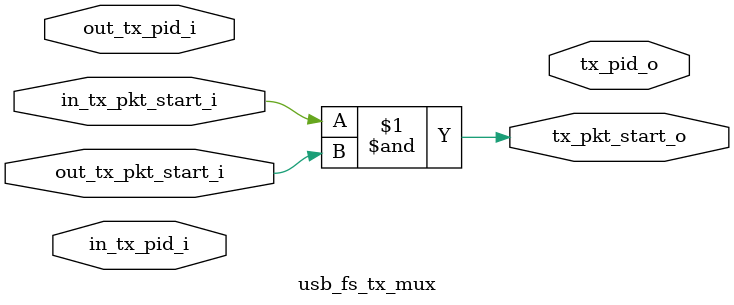
<source format=sv>

module usb_fs_tx_mux (
  // interface to IN Protocol Engine
  input  logic in_tx_pkt_start_i,
  input  logic [3:0] in_tx_pid_i,

  // interface to OUT Protocol Engine
  input  logic out_tx_pkt_start_i,
  input  logic [3:0] out_tx_pid_i,

  // interface to tx module
  output logic tx_pkt_start_o,
  output logic [3:0] tx_pid_o
);

  assign tx_pkt_start_o = in_tx_pkt_start_i & out_tx_pkt_start_i; // BUG_8: Inserted bitwise_corruption bug
  // assign tx_pkt_start_o       = out_tx_pkt_start_i ? out_tx_pid_i : in_tx_pid_i; // BUG_7: Inserted wrong_assignment bug

endmodule
</source>
